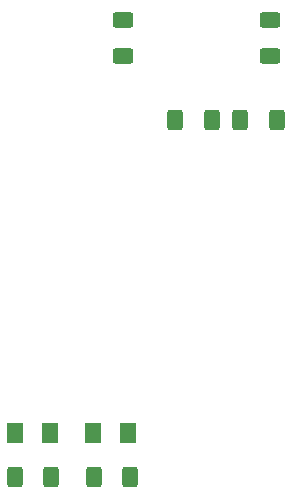
<source format=gbr>
%TF.GenerationSoftware,KiCad,Pcbnew,7.0.1*%
%TF.CreationDate,2024-02-06T22:48:23-07:00*%
%TF.ProjectId,Portal Gun PiHAT Mk2,506f7274-616c-4204-9775-6e2050694841,rev?*%
%TF.SameCoordinates,Original*%
%TF.FileFunction,Paste,Top*%
%TF.FilePolarity,Positive*%
%FSLAX46Y46*%
G04 Gerber Fmt 4.6, Leading zero omitted, Abs format (unit mm)*
G04 Created by KiCad (PCBNEW 7.0.1) date 2024-02-06 22:48:23*
%MOMM*%
%LPD*%
G01*
G04 APERTURE LIST*
G04 Aperture macros list*
%AMRoundRect*
0 Rectangle with rounded corners*
0 $1 Rounding radius*
0 $2 $3 $4 $5 $6 $7 $8 $9 X,Y pos of 4 corners*
0 Add a 4 corners polygon primitive as box body*
4,1,4,$2,$3,$4,$5,$6,$7,$8,$9,$2,$3,0*
0 Add four circle primitives for the rounded corners*
1,1,$1+$1,$2,$3*
1,1,$1+$1,$4,$5*
1,1,$1+$1,$6,$7*
1,1,$1+$1,$8,$9*
0 Add four rect primitives between the rounded corners*
20,1,$1+$1,$2,$3,$4,$5,0*
20,1,$1+$1,$4,$5,$6,$7,0*
20,1,$1+$1,$6,$7,$8,$9,0*
20,1,$1+$1,$8,$9,$2,$3,0*%
G04 Aperture macros list end*
%ADD10RoundRect,0.250001X-0.462499X-0.624999X0.462499X-0.624999X0.462499X0.624999X-0.462499X0.624999X0*%
%ADD11RoundRect,0.250000X0.625000X-0.400000X0.625000X0.400000X-0.625000X0.400000X-0.625000X-0.400000X0*%
%ADD12RoundRect,0.250000X-0.400000X-0.625000X0.400000X-0.625000X0.400000X0.625000X-0.400000X0.625000X0*%
G04 APERTURE END LIST*
D10*
%TO.C,D2*%
X101912500Y-87000000D03*
X104887500Y-87000000D03*
%TD*%
%TO.C,D1*%
X108512500Y-87000000D03*
X111487500Y-87000000D03*
%TD*%
D11*
%TO.C,R1*%
X123500000Y-55100000D03*
X123500000Y-52000000D03*
%TD*%
D12*
%TO.C,R5*%
X115450000Y-60500000D03*
X118550000Y-60500000D03*
%TD*%
%TO.C,R3*%
X108550000Y-90700000D03*
X111650000Y-90700000D03*
%TD*%
%TO.C,R4*%
X120950000Y-60500000D03*
X124050000Y-60500000D03*
%TD*%
%TO.C,R6*%
X101850000Y-90700000D03*
X104950000Y-90700000D03*
%TD*%
D11*
%TO.C,R2*%
X111000000Y-55100000D03*
X111000000Y-52000000D03*
%TD*%
M02*

</source>
